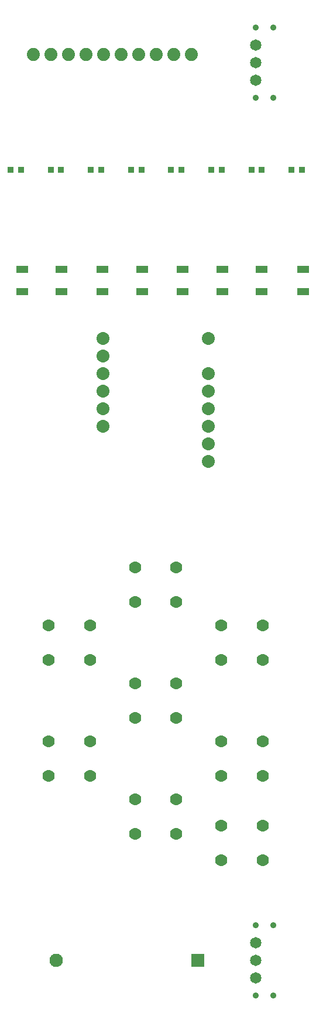
<source format=gts>
%TF.GenerationSoftware,KiCad,Pcbnew,(6.0.0)*%
%TF.CreationDate,2022-06-12T01:08:41-04:00*%
%TF.ProjectId,8 Seg Design Tool,38205365-6720-4446-9573-69676e20546f,v01*%
%TF.SameCoordinates,Original*%
%TF.FileFunction,Soldermask,Top*%
%TF.FilePolarity,Negative*%
%FSLAX46Y46*%
G04 Gerber Fmt 4.6, Leading zero omitted, Abs format (unit mm)*
G04 Created by KiCad (PCBNEW (6.0.0)) date 2022-06-12 01:08:41*
%MOMM*%
%LPD*%
G01*
G04 APERTURE LIST*
G04 Aperture macros list*
%AMRoundRect*
0 Rectangle with rounded corners*
0 $1 Rounding radius*
0 $2 $3 $4 $5 $6 $7 $8 $9 X,Y pos of 4 corners*
0 Add a 4 corners polygon primitive as box body*
4,1,4,$2,$3,$4,$5,$6,$7,$8,$9,$2,$3,0*
0 Add four circle primitives for the rounded corners*
1,1,$1+$1,$2,$3*
1,1,$1+$1,$4,$5*
1,1,$1+$1,$6,$7*
1,1,$1+$1,$8,$9*
0 Add four rect primitives between the rounded corners*
20,1,$1+$1,$2,$3,$4,$5,0*
20,1,$1+$1,$4,$5,$6,$7,0*
20,1,$1+$1,$6,$7,$8,$9,0*
20,1,$1+$1,$8,$9,$2,$3,0*%
G04 Aperture macros list end*
%ADD10C,1.883600*%
%ADD11RoundRect,0.050800X0.400000X0.400000X-0.400000X0.400000X-0.400000X-0.400000X0.400000X-0.400000X0*%
%ADD12C,1.763600*%
%ADD13RoundRect,0.050800X0.800100X-0.495300X0.800100X0.495300X-0.800100X0.495300X-0.800100X-0.495300X0*%
%ADD14RoundRect,0.050800X0.914400X-0.914400X0.914400X0.914400X-0.914400X0.914400X-0.914400X-0.914400X0*%
%ADD15C,1.930400*%
%ADD16C,1.861820*%
%ADD17C,0.889000*%
%ADD18C,1.651000*%
G04 APERTURE END LIST*
D10*
X104161389Y-31559500D03*
X106701389Y-31559500D03*
X109241389Y-31559500D03*
X111781389Y-31559500D03*
X114321389Y-31559500D03*
X116861389Y-31559500D03*
X119401389Y-31559500D03*
X121941389Y-31559500D03*
X124481389Y-31559500D03*
X127021389Y-31559500D03*
D11*
X102350000Y-48265500D03*
X100850000Y-48265500D03*
D12*
X106327914Y-119080500D03*
X106327914Y-114080500D03*
X112327914Y-119080500D03*
X112327914Y-114080500D03*
D11*
X142990000Y-48265500D03*
X141490000Y-48265500D03*
D12*
X118827952Y-127462500D03*
X118827952Y-122462500D03*
X124827952Y-127462500D03*
X124827952Y-122462500D03*
D13*
X131517568Y-65862200D03*
X131517568Y-62661800D03*
D11*
X108155714Y-48265500D03*
X106655714Y-48265500D03*
D13*
X119906136Y-65862200D03*
X119906136Y-62661800D03*
X108204000Y-65862200D03*
X108204000Y-62661800D03*
D14*
X127931799Y-162554488D03*
D15*
X107433999Y-162554488D03*
D16*
X114207889Y-72638500D03*
X114207889Y-75178500D03*
X114207889Y-77718500D03*
X114207889Y-80258500D03*
X114207889Y-82798500D03*
X114207889Y-85338500D03*
X129447889Y-90418500D03*
X129447889Y-87878500D03*
X129447889Y-85338500D03*
X129447889Y-82798500D03*
X129447889Y-80258500D03*
X129447889Y-77718500D03*
X129447889Y-72638500D03*
D12*
X118827952Y-144226500D03*
X118827952Y-139226500D03*
X124827952Y-144226500D03*
X124827952Y-139226500D03*
X131327864Y-135844500D03*
X131327864Y-130844500D03*
X137327864Y-135844500D03*
X137327864Y-130844500D03*
X131327864Y-148036500D03*
X131327864Y-143036500D03*
X137327864Y-148036500D03*
X137327864Y-143036500D03*
D17*
X136313788Y-167640000D03*
X138853788Y-157480000D03*
X138853788Y-167640000D03*
X136313788Y-157480000D03*
D18*
X136313788Y-160020000D03*
X136313788Y-162560000D03*
X136313788Y-165100000D03*
D11*
X113961428Y-48265500D03*
X112461428Y-48265500D03*
D12*
X131327864Y-119080500D03*
X131327864Y-114080500D03*
X137327864Y-119080500D03*
X137327864Y-114080500D03*
D17*
X136313788Y-37840500D03*
X138853788Y-27680500D03*
X138853788Y-37840500D03*
X136313788Y-27680500D03*
D18*
X136313788Y-30220500D03*
X136313788Y-32760500D03*
X136313788Y-35300500D03*
D11*
X125572856Y-48265500D03*
X124072856Y-48265500D03*
D13*
X125711864Y-65862200D03*
X125711864Y-62661800D03*
X114100432Y-65862200D03*
X114100432Y-62661800D03*
D12*
X106327914Y-135844500D03*
X106327914Y-130844500D03*
X112327914Y-135844500D03*
X112327914Y-130844500D03*
D13*
X102489000Y-65862200D03*
X102489000Y-62661800D03*
D11*
X131378570Y-48265500D03*
X129878570Y-48265500D03*
X137184284Y-48265500D03*
X135684284Y-48265500D03*
D13*
X143129000Y-65862200D03*
X143129000Y-62661800D03*
D11*
X119767142Y-48265500D03*
X118267142Y-48265500D03*
D13*
X137160000Y-65862200D03*
X137160000Y-62661800D03*
D12*
X118827940Y-110698500D03*
X118827940Y-105698500D03*
X124827940Y-110698500D03*
X124827940Y-105698500D03*
M02*

</source>
